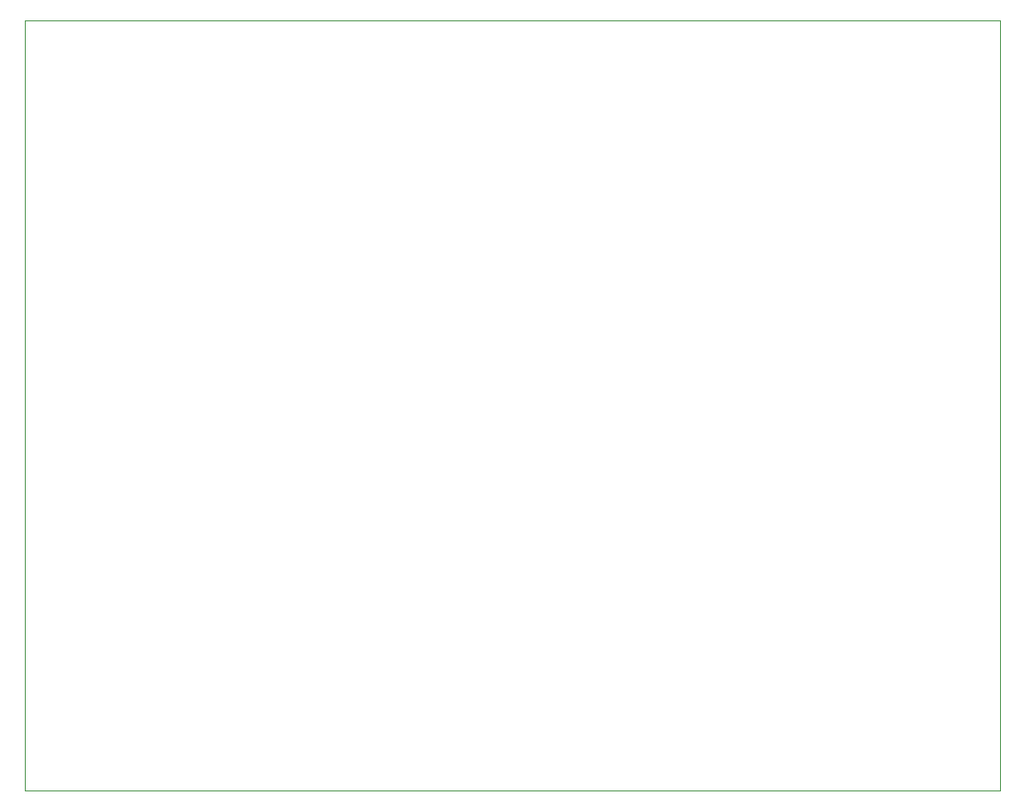
<source format=gbr>
%TF.GenerationSoftware,KiCad,Pcbnew,7.0.8-7.0.8~ubuntu20.04.1*%
%TF.CreationDate,2023-11-06T15:40:33+00:00*%
%TF.ProjectId,one-synapse-electronic,6f6e652d-7379-46e6-9170-73652d656c65,rev?*%
%TF.SameCoordinates,Original*%
%TF.FileFunction,Profile,NP*%
%FSLAX46Y46*%
G04 Gerber Fmt 4.6, Leading zero omitted, Abs format (unit mm)*
G04 Created by KiCad (PCBNEW 7.0.8-7.0.8~ubuntu20.04.1) date 2023-11-06 15:40:33*
%MOMM*%
%LPD*%
G01*
G04 APERTURE LIST*
%TA.AperFunction,Profile*%
%ADD10C,0.100000*%
%TD*%
G04 APERTURE END LIST*
D10*
X50500000Y-113500000D02*
X143500000Y-113500000D01*
X143500000Y-187000000D01*
X50500000Y-187000000D01*
X50500000Y-113500000D01*
M02*

</source>
